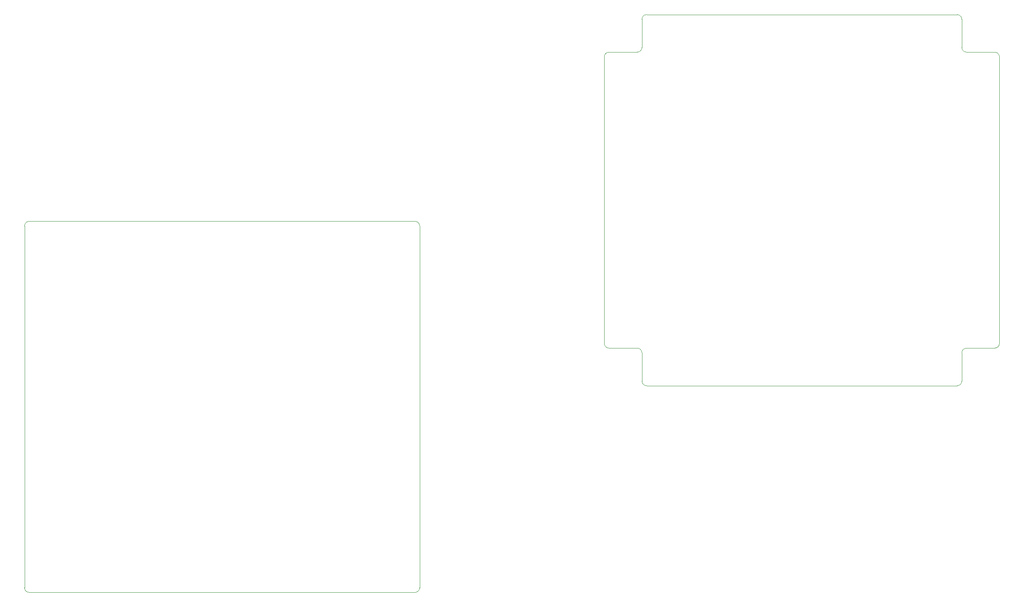
<source format=gm1>
G04 #@! TF.GenerationSoftware,KiCad,Pcbnew,(5.1.4)-1*
G04 #@! TF.CreationDate,2019-11-19T11:57:25+01:00*
G04 #@! TF.ProjectId,hardware_4850,68617264-7761-4726-955f-343835302e6b,rev?*
G04 #@! TF.SameCoordinates,Original*
G04 #@! TF.FileFunction,Profile,NP*
%FSLAX46Y46*%
G04 Gerber Fmt 4.6, Leading zero omitted, Abs format (unit mm)*
G04 Created by KiCad (PCBNEW (5.1.4)-1) date 2019-11-19 11:57:25*
%MOMM*%
%LPD*%
G04 APERTURE LIST*
%ADD10C,0.050000*%
G04 APERTURE END LIST*
D10*
X188250000Y-60000000D02*
X188250000Y-66000000D01*
X188250000Y-66000000D02*
G75*
G02X187250000Y-67000000I-1000000J0D01*
G01*
X187250000Y-67000000D02*
X181250000Y-67000000D01*
X188250000Y-60000000D02*
G75*
G02X189250000Y-59000000I1000000J0D01*
G01*
X180250000Y-68000000D02*
G75*
G02X181250000Y-67000000I1000000J0D01*
G01*
X188250000Y-131000000D02*
X188250000Y-137000000D01*
X181250000Y-130000000D02*
X187250000Y-130000000D01*
X187250000Y-130000000D02*
G75*
G02X188250000Y-131000000I0J-1000000D01*
G01*
X189250000Y-138000000D02*
G75*
G02X188250000Y-137000000I0J1000000D01*
G01*
X181250000Y-130000000D02*
G75*
G02X180250000Y-129000000I0J1000000D01*
G01*
X264250000Y-129000000D02*
G75*
G02X263250000Y-130000000I-1000000J0D01*
G01*
X257250000Y-130000000D02*
X263250000Y-130000000D01*
X256250000Y-137000000D02*
G75*
G02X255250000Y-138000000I-1000000J0D01*
G01*
X256250000Y-131000000D02*
G75*
G02X257250000Y-130000000I1000000J0D01*
G01*
X256250000Y-137000000D02*
X256250000Y-131000000D01*
X256250000Y-66000000D02*
X256250000Y-60000000D01*
X263250000Y-67000000D02*
X257250000Y-67000000D01*
X255250000Y-59000000D02*
G75*
G02X256250000Y-60000000I0J-1000000D01*
G01*
X257250000Y-67000000D02*
G75*
G02X256250000Y-66000000I0J1000000D01*
G01*
X263250000Y-67000000D02*
G75*
G02X264250000Y-68000000I0J-1000000D01*
G01*
X180250000Y-129000000D02*
X180250000Y-68000000D01*
X264250000Y-108000000D02*
X264250000Y-68000000D01*
X189250000Y-59000000D02*
X255250000Y-59000000D01*
X264250000Y-129000000D02*
X264250000Y-108000000D01*
X255250000Y-138000000D02*
X189250000Y-138000000D01*
X141000000Y-167000000D02*
X141000000Y-181000000D01*
X57000000Y-104000000D02*
G75*
G02X58000000Y-103000000I1000000J0D01*
G01*
X141000000Y-110000000D02*
X141000000Y-104000000D01*
X58000000Y-182000000D02*
G75*
G02X57000000Y-181000000I0J1000000D01*
G01*
X140000000Y-182000000D02*
X58000000Y-182000000D01*
X141000000Y-167000000D02*
X141000000Y-152000000D01*
X141000000Y-181000000D02*
G75*
G02X140000000Y-182000000I-1000000J0D01*
G01*
X57000000Y-181000000D02*
X57000000Y-104000000D01*
X58000000Y-103000000D02*
X140000000Y-103000000D01*
X141000000Y-152000000D02*
X141000000Y-110000000D01*
X140000000Y-103000000D02*
G75*
G02X141000000Y-104000000I0J-1000000D01*
G01*
M02*

</source>
